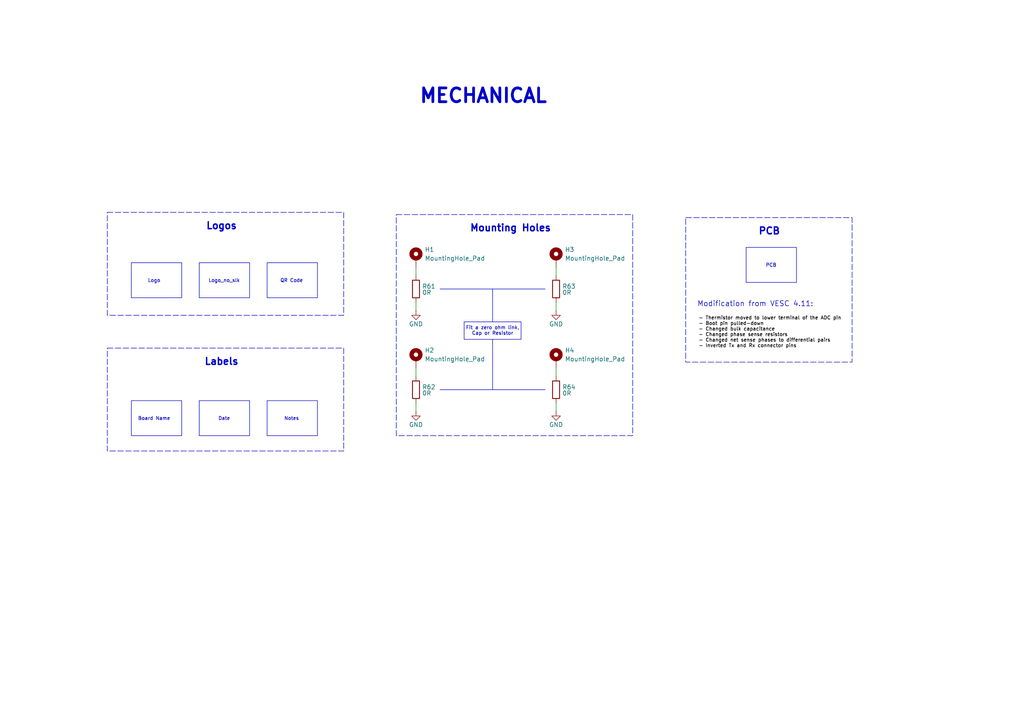
<source format=kicad_sch>
(kicad_sch (version 20231120) (generator "eeschema") (generator_version "8.0")
  (paper "A4")
  (title_block (title "MECHANICAL"))
  (lib_symbols
    (symbol "Device:R" (pin_numbers hide) (pin_names (offset 0))
      (property "Reference" "R" (at 2.032 0 90))
      (property "Value" "R" (at 0 0 90))
      (symbol "R_0_1"
        (rectangle (start -1.016 -2.54) (end 1.016 2.54) (stroke (width 0.254)))
      )
      (symbol "R_1_1"
        (pin passive line (at 0 3.81 270) (length 1.27) (name "~") (number "1"))
        (pin passive line (at 0 -3.81 90) (length 1.27) (name "~") (number "2"))
      )
    )
    (symbol "Mechanical:MountingHole_Pad" (pin_numbers hide) (pin_names (offset 1.016) hide) (exclude_from_sim yes) (in_bom no)
      (property "Reference" "H" (at 0 6.35 0))
      (property "Value" "MountingHole_Pad" (at 0 4.445 0))
      (symbol "MountingHole_Pad_0_1"
        (circle (center 0 1.27) (radius 1.27) (stroke (width 1.27)))
      )
      (symbol "MountingHole_Pad_1_1"
        (pin input line (at 0 -2.54 90) (length 2.54) (name "1") (number "1"))
      )
    )
    (symbol "power:GND" (power) (pin_numbers hide) (pin_names (offset 0) hide)
      (property "Value" "GND" (at 0 -3.81 0))
      (symbol "GND_0_1"
        (polyline (pts (xy 0 0) (xy 0 -1.27) (xy 1.27 -1.27) (xy 0 -2.54) (xy -1.27 -1.27) (xy 0 -1.27)))
      )
      (symbol "GND_1_1"
        (pin power_in line (at 0 0 270) (length 0) (name "~") (number "1"))
      )
    )
  )
  (wire (pts (xy 161.29 77.47) (xy 161.29 80.01)))
  (wire (pts (xy 120.65 116.84) (xy 120.65 119.38)))
  (wire (pts (xy 161.29 116.84) (xy 161.29 119.38)))
  (wire (pts (xy 161.29 106.68) (xy 161.29 109.22)))
  (wire (pts (xy 161.29 87.63) (xy 161.29 90.17)))
  (wire (pts (xy 120.65 106.68) (xy 120.65 109.22)))
  (polyline (pts (xy 127.635 113.03) (xy 158.115 113.03)))
  (wire (pts (xy 120.65 87.63) (xy 120.65 90.17)))
  (wire (pts (xy 120.65 77.47) (xy 120.65 80.01)))
  (polyline (pts (xy 127.635 83.82) (xy 158.115 83.82)))
  (polyline (pts (xy 142.875 83.82) (xy 142.875 93.345)))
  (polyline (pts (xy 142.875 98.425) (xy 142.875 113.03)))
  (rectangle (start 38.1 76.2) (end 52.705 86.36))
  (rectangle (start 216.408 71.755) (end 231.013 81.915))
  (rectangle (start 31.115 100.965) (end 99.695 130.81) (stroke (width 0) (type dash)))
  (rectangle (start 77.47 116.205) (end 92.075 126.365))
  (rectangle (start 31.115 61.595) (end 99.695 91.44) (stroke (width 0) (type dash)))
  (rectangle (start 77.47 76.2) (end 92.075 86.36))
  (rectangle (start 57.785 116.205) (end 72.39 126.365))
  (rectangle (start 198.882 63.119) (end 247.142 105.029) (stroke (width 0) (type dash)))
  (rectangle (start 114.935 62.23) (end 183.515 126.365) (stroke (width 0) (type dash)))
  (rectangle (start 38.1 116.205) (end 52.705 126.365))
  (rectangle (start 134.62 93.345) (end 151.13 98.425))
  (rectangle (start 57.785 76.2) (end 72.39 86.36))
  (text "Date" (at 65.024 121.539 0) (effects (font (size 1 1))))
  (text "Logo_no_slk" (at 65.024 81.534 0) (effects (font (size 1 1))))
  (text "Logos" (at 64.262 65.659 0) (effects (font (size 2 2) (bold yes))))
  (text "- Thermistor moved to lower terminal of the ADC pin\n- Boot pin pulled-down\n- Changed bulk capacitance\n- Changed phase sense resistors\n- Changed net sense phases to differential pairs\n- Inverted Tx and Rx connector pins" (at 202.565 96.393 0) (effects (font (size 1 1)) (justify left)))
  (text "PCB" (at 223.139 67.183 0) (effects (font (size 2 2) (bold yes))))
  (text "Labels" (at 64.262 105.029 0) (effects (font (size 2 2) (bold yes))))
  (text "QR Code" (at 84.582 81.534 0) (effects (font (size 1 1))))
  (text "Mounting Holes" (at 148.082 66.294 0) (effects (font (size 2 2) (bold yes))))
  (text "PCB" (at 223.647 77.089 0) (effects (font (size 1 1))))
  (text "Modification from VESC 4.11:" (at 219.075 88.265 0) (effects (font (size 1.5 1.5))))
  (text "Notes" (at 84.582 121.539 0) (effects (font (size 1 1))))
  (text "Logo" (at 44.704 81.534 0) (effects (font (size 1 1))))
  (text "Fit a zero ohm link,\nCap or Resistor" (at 142.875 96.012 0) (effects (font (size 1 1))))
  (text "${TITLE}" (at 140.208 27.94 0) (effects (font (size 4 4) (thickness 0.8) (bold yes))))
  (text "Board Name" (at 44.704 121.539 0) (effects (font (size 1 1))))
  (symbol (lib_id "power:GND") (at 120.65 119.38 0) (unit 1)
    (property "Reference" "#PWR087" (effects (hide yes)))
    (property "Value" "GND" (at 120.65 123.19 0))
    (property "Description" "Power symbol creates a global label with name \"GND\" , ground" (effects (hide yes)))
  )
  (symbol (lib_id "Mechanical:MountingHole_Pad") (at 161.29 74.93 0) (unit 1) (exclude_from_sim yes) (in_bom no)
    (property "Reference" "H3" (at 163.83 72.3899 0) (effects (justify left)))
    (property "Value" "MountingHole_Pad" (at 163.83 74.9299 0) (effects (justify left)))
    (property "Footprint" "MountingHole:MountingHole_3.2mm_M3_Pad_Via" (effects (hide yes)))
    (property "Description" "Mounting Hole with connection" (effects (hide yes)))
  )
  (symbol (lib_id "Mechanical:MountingHole_Pad") (at 120.65 104.14 0) (unit 1) (exclude_from_sim yes) (in_bom no)
    (property "Reference" "H2" (at 123.19 101.5999 0) (effects (justify left)))
    (property "Value" "MountingHole_Pad" (at 123.19 104.1399 0) (effects (justify left)))
    (property "Footprint" "MountingHole:MountingHole_3.2mm_M3_Pad_Via" (effects (hide yes)))
    (property "Description" "Mounting Hole with connection" (effects (hide yes)))
  )
  (symbol (lib_id "power:GND") (at 120.65 90.17 0) (unit 1)
    (property "Reference" "#PWR086" (effects (hide yes)))
    (property "Value" "GND" (at 120.65 93.98 0))
    (property "Description" "Power symbol creates a global label with name \"GND\" , ground" (effects (hide yes)))
  )
  (symbol (lib_id "Device:R") (at 161.29 83.82 0) (unit 1)
    (property "Reference" "R63" (at 163.068 83.0581 0) (effects (justify left)))
    (property "Value" "0R" (at 163.068 84.836 0) (effects (justify left)))
    (property "Footprint" "Resistor_SMD:R_0603_1608Metric" (effects (hide yes)))
    (property "Description" "Resistor" (effects (hide yes)))
  )
  (symbol (lib_id "Device:R") (at 120.65 113.03 0) (unit 1)
    (property "Reference" "R62" (at 122.428 112.2681 0) (effects (justify left)))
    (property "Value" "0R" (at 122.428 114.046 0) (effects (justify left)))
    (property "Footprint" "Resistor_SMD:R_0603_1608Metric" (effects (hide yes)))
    (property "Description" "Resistor" (effects (hide yes)))
  )
  (symbol (lib_id "Mechanical:MountingHole_Pad") (at 120.65 74.93 0) (unit 1) (exclude_from_sim yes) (in_bom no)
    (property "Reference" "H1" (at 123.19 72.3899 0) (effects (justify left)))
    (property "Value" "MountingHole_Pad" (at 123.19 74.9299 0) (effects (justify left)))
    (property "Footprint" "MountingHole:MountingHole_3.2mm_M3_Pad_Via" (effects (hide yes)))
    (property "Description" "Mounting Hole with connection" (effects (hide yes)))
  )
  (symbol (lib_id "Device:R") (at 161.29 113.03 0) (unit 1)
    (property "Reference" "R64" (at 163.068 112.2681 0) (effects (justify left)))
    (property "Value" "0R" (at 163.068 114.046 0) (effects (justify left)))
    (property "Footprint" "Resistor_SMD:R_0603_1608Metric" (effects (hide yes)))
    (property "Description" "Resistor" (effects (hide yes)))
  )
  (symbol (lib_id "Mechanical:MountingHole_Pad") (at 161.29 104.14 0) (unit 1) (exclude_from_sim yes) (in_bom no)
    (property "Reference" "H4" (at 163.83 101.5999 0) (effects (justify left)))
    (property "Value" "MountingHole_Pad" (at 163.83 104.1399 0) (effects (justify left)))
    (property "Footprint" "MountingHole:MountingHole_3.2mm_M3_Pad_Via" (effects (hide yes)))
    (property "Description" "Mounting Hole with connection" (effects (hide yes)))
  )
  (symbol (lib_id "power:GND") (at 161.29 90.17 0) (unit 1)
    (property "Reference" "#PWR088" (effects (hide yes)))
    (property "Value" "GND" (at 161.29 93.98 0))
    (property "Description" "Power symbol creates a global label with name \"GND\" , ground" (effects (hide yes)))
  )
  (symbol (lib_id "power:GND") (at 161.29 119.38 0) (unit 1)
    (property "Reference" "#PWR089" (effects (hide yes)))
    (property "Value" "GND" (at 161.29 123.19 0))
    (property "Description" "Power symbol creates a global label with name \"GND\" , ground" (effects (hide yes)))
  )
  (symbol (lib_id "Device:R") (at 120.65 83.82 0) (unit 1)
    (property "Reference" "R61" (at 122.428 83.0581 0) (effects (justify left)))
    (property "Value" "0R" (at 122.428 84.836 0) (effects (justify left)))
    (property "Footprint" "Resistor_SMD:R_0603_1608Metric" (effects (hide yes)))
    (property "Description" "Resistor" (effects (hide yes)))
  )
)
</source>
